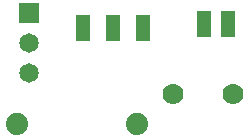
<source format=gtl>
G04 ---------------------------- Layer name :TOP LAYER*
G04 easyEDA 0.1*
G04 Scale: 100 percent, Rotated: No, Reflected: No *
G04 Dimensions in inches *
G04 leading zeros omitted , absolute positions ,2 integer and 4 * 
%FSLAX24Y24*%
%MOIN*%
G90*
G70D02*

%ADD11R,0.047700X0.085900*%
%ADD12C,0.074000*%
%ADD14R,0.065000X0.065000*%
%ADD15C,0.065000*%
%ADD17C,0.070000*%
%ADD19R,0.047200X0.085000*%

%LPD*%
%LNVIA PAD TRACK COPPERAREA*%
G54D11*
G01X3400Y11100D03*
G01X5400Y11100D03*
G01X4400Y11100D03*
G54D12*
G01X1200Y7900D03*
G01X5200Y7900D03*
G54D14*
G01X1600Y11600D03*
G54D15*
G01X1600Y10600D03*
G01X1600Y9600D03*
G54D17*
G01X8400Y8900D03*
G01X6400Y8900D03*
G54D19*
G01X7439Y11219D03*
G01X8219Y11219D03*
G54D11*
G01X3400Y11100D03*
G01X5400Y11100D03*
G01X4400Y11100D03*
G54D12*
G01X1200Y7900D03*
G01X5200Y7900D03*
G54D14*
G01X1600Y11600D03*
G54D15*
G01X1600Y10600D03*
G01X1600Y9600D03*
G54D17*
G01X8400Y8900D03*
G01X6400Y8900D03*
G54D19*
G01X7439Y11219D03*
G01X8219Y11219D03*

M00*
M02*
</source>
